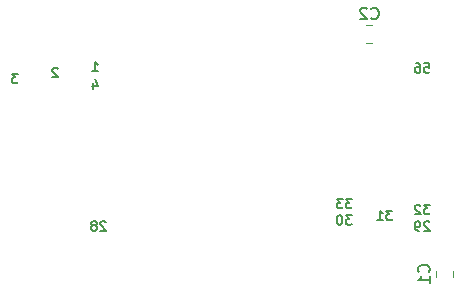
<source format=gbr>
%TF.GenerationSoftware,KiCad,Pcbnew,(6.0.2-0)*%
%TF.CreationDate,2022-04-19T20:24:01-05:00*%
%TF.ProjectId,UDNISOC-1,55444e49-534f-4432-9d31-2e6b69636164,rev?*%
%TF.SameCoordinates,Original*%
%TF.FileFunction,Legend,Bot*%
%TF.FilePolarity,Positive*%
%FSLAX46Y46*%
G04 Gerber Fmt 4.6, Leading zero omitted, Abs format (unit mm)*
G04 Created by KiCad (PCBNEW (6.0.2-0)) date 2022-04-19 20:24:01*
%MOMM*%
%LPD*%
G01*
G04 APERTURE LIST*
%ADD10C,0.150000*%
%ADD11C,0.120000*%
G04 APERTURE END LIST*
D10*
%TO.C,U1*%
X181619523Y-103578095D02*
X181581428Y-103540000D01*
X181505238Y-103501904D01*
X181314761Y-103501904D01*
X181238571Y-103540000D01*
X181200476Y-103578095D01*
X181162380Y-103654285D01*
X181162380Y-103730476D01*
X181200476Y-103844761D01*
X181657619Y-104301904D01*
X181162380Y-104301904D01*
X180781428Y-104301904D02*
X180629047Y-104301904D01*
X180552857Y-104263809D01*
X180514761Y-104225714D01*
X180438571Y-104111428D01*
X180400476Y-103959047D01*
X180400476Y-103654285D01*
X180438571Y-103578095D01*
X180476666Y-103540000D01*
X180552857Y-103501904D01*
X180705238Y-103501904D01*
X180781428Y-103540000D01*
X180819523Y-103578095D01*
X180857619Y-103654285D01*
X180857619Y-103844761D01*
X180819523Y-103920952D01*
X180781428Y-103959047D01*
X180705238Y-103997142D01*
X180552857Y-103997142D01*
X180476666Y-103959047D01*
X180438571Y-103920952D01*
X180400476Y-103844761D01*
X153157619Y-91768571D02*
X153157619Y-92301904D01*
X153348095Y-91463809D02*
X153538571Y-92035238D01*
X153043333Y-92035238D01*
X178457619Y-102601904D02*
X177962380Y-102601904D01*
X178229047Y-102906666D01*
X178114761Y-102906666D01*
X178038571Y-102944761D01*
X178000476Y-102982857D01*
X177962380Y-103059047D01*
X177962380Y-103249523D01*
X178000476Y-103325714D01*
X178038571Y-103363809D01*
X178114761Y-103401904D01*
X178343333Y-103401904D01*
X178419523Y-103363809D01*
X178457619Y-103325714D01*
X177200476Y-103401904D02*
X177657619Y-103401904D01*
X177429047Y-103401904D02*
X177429047Y-102601904D01*
X177505238Y-102716190D01*
X177581428Y-102792380D01*
X177657619Y-102830476D01*
X153081428Y-90801904D02*
X153538571Y-90801904D01*
X153310000Y-90801904D02*
X153310000Y-90001904D01*
X153386190Y-90116190D01*
X153462380Y-90192380D01*
X153538571Y-90230476D01*
X150138571Y-90578095D02*
X150100476Y-90540000D01*
X150024285Y-90501904D01*
X149833809Y-90501904D01*
X149757619Y-90540000D01*
X149719523Y-90578095D01*
X149681428Y-90654285D01*
X149681428Y-90730476D01*
X149719523Y-90844761D01*
X150176666Y-91301904D01*
X149681428Y-91301904D01*
X181200476Y-90101904D02*
X181581428Y-90101904D01*
X181619523Y-90482857D01*
X181581428Y-90444761D01*
X181505238Y-90406666D01*
X181314761Y-90406666D01*
X181238571Y-90444761D01*
X181200476Y-90482857D01*
X181162380Y-90559047D01*
X181162380Y-90749523D01*
X181200476Y-90825714D01*
X181238571Y-90863809D01*
X181314761Y-90901904D01*
X181505238Y-90901904D01*
X181581428Y-90863809D01*
X181619523Y-90825714D01*
X180476666Y-90101904D02*
X180629047Y-90101904D01*
X180705238Y-90140000D01*
X180743333Y-90178095D01*
X180819523Y-90292380D01*
X180857619Y-90444761D01*
X180857619Y-90749523D01*
X180819523Y-90825714D01*
X180781428Y-90863809D01*
X180705238Y-90901904D01*
X180552857Y-90901904D01*
X180476666Y-90863809D01*
X180438571Y-90825714D01*
X180400476Y-90749523D01*
X180400476Y-90559047D01*
X180438571Y-90482857D01*
X180476666Y-90444761D01*
X180552857Y-90406666D01*
X180705238Y-90406666D01*
X180781428Y-90444761D01*
X180819523Y-90482857D01*
X180857619Y-90559047D01*
X181657619Y-102101904D02*
X181162380Y-102101904D01*
X181429047Y-102406666D01*
X181314761Y-102406666D01*
X181238571Y-102444761D01*
X181200476Y-102482857D01*
X181162380Y-102559047D01*
X181162380Y-102749523D01*
X181200476Y-102825714D01*
X181238571Y-102863809D01*
X181314761Y-102901904D01*
X181543333Y-102901904D01*
X181619523Y-102863809D01*
X181657619Y-102825714D01*
X180857619Y-102178095D02*
X180819523Y-102140000D01*
X180743333Y-102101904D01*
X180552857Y-102101904D01*
X180476666Y-102140000D01*
X180438571Y-102178095D01*
X180400476Y-102254285D01*
X180400476Y-102330476D01*
X180438571Y-102444761D01*
X180895714Y-102901904D01*
X180400476Y-102901904D01*
X146776666Y-91001904D02*
X146281428Y-91001904D01*
X146548095Y-91306666D01*
X146433809Y-91306666D01*
X146357619Y-91344761D01*
X146319523Y-91382857D01*
X146281428Y-91459047D01*
X146281428Y-91649523D01*
X146319523Y-91725714D01*
X146357619Y-91763809D01*
X146433809Y-91801904D01*
X146662380Y-91801904D01*
X146738571Y-91763809D01*
X146776666Y-91725714D01*
X175057619Y-101601904D02*
X174562380Y-101601904D01*
X174829047Y-101906666D01*
X174714761Y-101906666D01*
X174638571Y-101944761D01*
X174600476Y-101982857D01*
X174562380Y-102059047D01*
X174562380Y-102249523D01*
X174600476Y-102325714D01*
X174638571Y-102363809D01*
X174714761Y-102401904D01*
X174943333Y-102401904D01*
X175019523Y-102363809D01*
X175057619Y-102325714D01*
X174295714Y-101601904D02*
X173800476Y-101601904D01*
X174067142Y-101906666D01*
X173952857Y-101906666D01*
X173876666Y-101944761D01*
X173838571Y-101982857D01*
X173800476Y-102059047D01*
X173800476Y-102249523D01*
X173838571Y-102325714D01*
X173876666Y-102363809D01*
X173952857Y-102401904D01*
X174181428Y-102401904D01*
X174257619Y-102363809D01*
X174295714Y-102325714D01*
X154219523Y-103578095D02*
X154181428Y-103540000D01*
X154105238Y-103501904D01*
X153914761Y-103501904D01*
X153838571Y-103540000D01*
X153800476Y-103578095D01*
X153762380Y-103654285D01*
X153762380Y-103730476D01*
X153800476Y-103844761D01*
X154257619Y-104301904D01*
X153762380Y-104301904D01*
X153305238Y-103844761D02*
X153381428Y-103806666D01*
X153419523Y-103768571D01*
X153457619Y-103692380D01*
X153457619Y-103654285D01*
X153419523Y-103578095D01*
X153381428Y-103540000D01*
X153305238Y-103501904D01*
X153152857Y-103501904D01*
X153076666Y-103540000D01*
X153038571Y-103578095D01*
X153000476Y-103654285D01*
X153000476Y-103692380D01*
X153038571Y-103768571D01*
X153076666Y-103806666D01*
X153152857Y-103844761D01*
X153305238Y-103844761D01*
X153381428Y-103882857D01*
X153419523Y-103920952D01*
X153457619Y-103997142D01*
X153457619Y-104149523D01*
X153419523Y-104225714D01*
X153381428Y-104263809D01*
X153305238Y-104301904D01*
X153152857Y-104301904D01*
X153076666Y-104263809D01*
X153038571Y-104225714D01*
X153000476Y-104149523D01*
X153000476Y-103997142D01*
X153038571Y-103920952D01*
X153076666Y-103882857D01*
X153152857Y-103844761D01*
X175057619Y-103001904D02*
X174562380Y-103001904D01*
X174829047Y-103306666D01*
X174714761Y-103306666D01*
X174638571Y-103344761D01*
X174600476Y-103382857D01*
X174562380Y-103459047D01*
X174562380Y-103649523D01*
X174600476Y-103725714D01*
X174638571Y-103763809D01*
X174714761Y-103801904D01*
X174943333Y-103801904D01*
X175019523Y-103763809D01*
X175057619Y-103725714D01*
X174067142Y-103001904D02*
X173990952Y-103001904D01*
X173914761Y-103040000D01*
X173876666Y-103078095D01*
X173838571Y-103154285D01*
X173800476Y-103306666D01*
X173800476Y-103497142D01*
X173838571Y-103649523D01*
X173876666Y-103725714D01*
X173914761Y-103763809D01*
X173990952Y-103801904D01*
X174067142Y-103801904D01*
X174143333Y-103763809D01*
X174181428Y-103725714D01*
X174219523Y-103649523D01*
X174257619Y-103497142D01*
X174257619Y-103306666D01*
X174219523Y-103154285D01*
X174181428Y-103078095D01*
X174143333Y-103040000D01*
X174067142Y-103001904D01*
%TO.C,C1*%
X181557142Y-107783333D02*
X181604761Y-107735714D01*
X181652380Y-107592857D01*
X181652380Y-107497619D01*
X181604761Y-107354761D01*
X181509523Y-107259523D01*
X181414285Y-107211904D01*
X181223809Y-107164285D01*
X181080952Y-107164285D01*
X180890476Y-107211904D01*
X180795238Y-107259523D01*
X180700000Y-107354761D01*
X180652380Y-107497619D01*
X180652380Y-107592857D01*
X180700000Y-107735714D01*
X180747619Y-107783333D01*
X181652380Y-108735714D02*
X181652380Y-108164285D01*
X181652380Y-108450000D02*
X180652380Y-108450000D01*
X180795238Y-108354761D01*
X180890476Y-108259523D01*
X180938095Y-108164285D01*
%TO.C,C2*%
X176696666Y-86307142D02*
X176744285Y-86354761D01*
X176887142Y-86402380D01*
X176982380Y-86402380D01*
X177125238Y-86354761D01*
X177220476Y-86259523D01*
X177268095Y-86164285D01*
X177315714Y-85973809D01*
X177315714Y-85830952D01*
X177268095Y-85640476D01*
X177220476Y-85545238D01*
X177125238Y-85450000D01*
X176982380Y-85402380D01*
X176887142Y-85402380D01*
X176744285Y-85450000D01*
X176696666Y-85497619D01*
X176315714Y-85497619D02*
X176268095Y-85450000D01*
X176172857Y-85402380D01*
X175934761Y-85402380D01*
X175839523Y-85450000D01*
X175791904Y-85497619D01*
X175744285Y-85592857D01*
X175744285Y-85688095D01*
X175791904Y-85830952D01*
X176363333Y-86402380D01*
X175744285Y-86402380D01*
D11*
%TO.C,C1*%
X182145000Y-107688748D02*
X182145000Y-108211252D01*
X183615000Y-107688748D02*
X183615000Y-108211252D01*
%TO.C,C2*%
X176791252Y-86895000D02*
X176268748Y-86895000D01*
X176791252Y-88365000D02*
X176268748Y-88365000D01*
%TD*%
M02*

</source>
